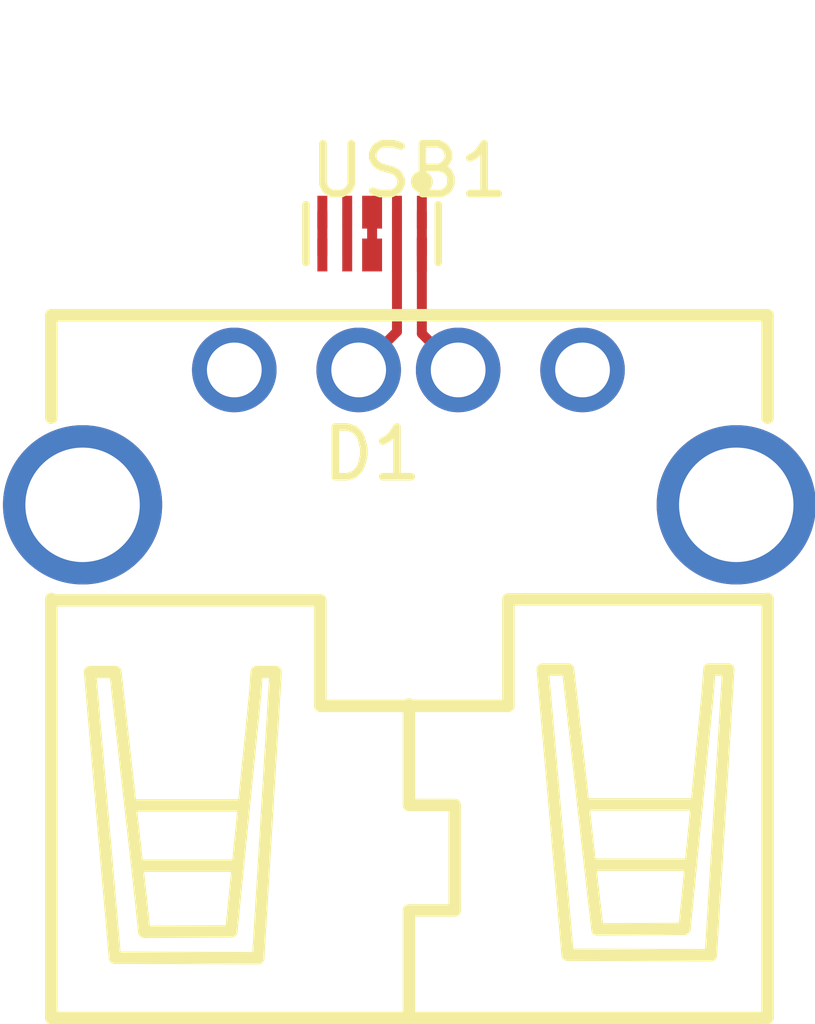
<source format=kicad_pcb>
(kicad_pcb (version 20241229) (generator "pcbnew") (generator_version "9.0")
  (layers (0 "F.Cu" signal) (2 "B.Cu" signal) (13 "F.Paste" user) (15 "B.Paste" user) (5 "F.SilkS" user "F.Silkscreen") (7 "B.SilkS" user "B.Silkscreen") (1 "F.Mask" user) (3 "B.Mask" user) (25 "Edge.Cuts" user))
  (net 0 "")
  (net 1 "gnd")
  (net 2 "VCC")
  (net 3 "I_O4")
  (net 4 "ground")
  (net 5 "I_O3")
  (net 6 "Dpos")
  (net 7 "Dneg")
  (footprint "SHOU_HAN_AF_90__WJDG:USB-A-TH_AF-WJDG" (layer "F.Cu") (at 0 0)
    (property "Reference" "USB1" (at 0 -5.36 0) (layer "F.SilkS"))
    (property "Value" "")
    (fp_line (start -7.2 -2.46) (end -7.2 -0.4) (stroke (width 0.25)) (layer "F.SilkS"))
    (fp_line (start -7.2 -2.46) (end 7.2 -2.46) (stroke (width 0.25)) (layer "F.SilkS"))
    (fp_line (start -7.2 3.24) (end -7.2 11.66) (stroke (width 0.25)) (layer "F.SilkS"))
    (fp_line (start -7.2 11.66) (end 7.2 11.66) (stroke (width 0.25)) (layer "F.SilkS"))
    (fp_line (start -6.42 4.71) (end -5.91 4.71) (stroke (width 0.25)) (layer "F.SilkS"))
    (fp_line (start -5.92 10.45) (end -6.42 4.71) (stroke (width 0.25)) (layer "F.SilkS"))
    (fp_line (start -5.91 4.71) (end -5.4 9.25) (stroke (width 0.25)) (layer "F.SilkS"))
    (fp_line (start -5.61 7.39) (end -3.35 7.39) (stroke (width 0.25)) (layer "F.SilkS"))
    (fp_line (start -5.47 8.6) (end -3.44 8.6) (stroke (width 0.25)) (layer "F.SilkS"))
    (fp_line (start -5.4 9.25) (end -5.33 9.93) (stroke (width 0.25)) (layer "F.SilkS"))
    (fp_line (start -5.33 9.93) (end -3.58 9.92) (stroke (width 0.25)) (layer "F.SilkS"))
    (fp_line (start -3.58 9.92) (end -3.1 5.14) (stroke (width 0.25)) (layer "F.SilkS"))
    (fp_line (start -3.1 5.14) (end -3.07 4.71) (stroke (width 0.25)) (layer "F.SilkS"))
    (fp_line (start -3.07 4.71) (end -2.69 4.71) (stroke (width 0.25)) (layer "F.SilkS"))
    (fp_line (start -3.04 10.46) (end -5.92 10.45) (stroke (width 0.25)) (layer "F.SilkS"))
    (fp_line (start -2.69 4.71) (end -3.04 10.46) (stroke (width 0.25)) (layer "F.SilkS"))
    (fp_line (start -1.79 3.27) (end -7.19 3.27) (stroke (width 0.25)) (layer "F.SilkS"))
    (fp_line (start -1.79 5.39) (end -1.79 3.27) (stroke (width 0.25)) (layer "F.SilkS"))
    (fp_line (start -0.01 5.36) (end -0.01 7.38) (stroke (width 0.25)) (layer "F.SilkS"))
    (fp_line (start -0.01 7.38) (end 0.91 7.38) (stroke (width 0.25)) (layer "F.SilkS"))
    (fp_line (start -0.01 9.5) (end -0.01 11.53) (stroke (width 0.25)) (layer "F.SilkS"))
    (fp_line (start 0.91 7.38) (end 0.91 9.5) (stroke (width 0.25)) (layer "F.SilkS"))
    (fp_line (start 0.91 9.5) (end -0.01 9.5) (stroke (width 0.25)) (layer "F.SilkS"))
    (fp_line (start 1.99 3.25) (end 1.99 5.39) (stroke (width 0.25)) (layer "F.SilkS"))
    (fp_line (start 1.99 5.39) (end -1.79 5.39) (stroke (width 0.25)) (layer "F.SilkS"))
    (fp_line (start 2.68 4.66) (end 3.19 4.66) (stroke (width 0.25)) (layer "F.SilkS"))
    (fp_line (start 3.18 10.39) (end 2.68 4.66) (stroke (width 0.25)) (layer "F.SilkS"))
    (fp_line (start 3.19 4.66) (end 3.7 9.2) (stroke (width 0.25)) (layer "F.SilkS"))
    (fp_line (start 3.49 7.37) (end 5.75 7.37) (stroke (width 0.25)) (layer "F.SilkS"))
    (fp_line (start 3.63 8.58) (end 5.66 8.58) (stroke (width 0.25)) (layer "F.SilkS"))
    (fp_line (start 3.7 9.2) (end 3.78 9.88) (stroke (width 0.25)) (layer "F.SilkS"))
    (fp_line (start 3.78 9.88) (end 5.53 9.87) (stroke (width 0.25)) (layer "F.SilkS"))
    (fp_line (start 5.53 9.87) (end 6 5.09) (stroke (width 0.25)) (layer "F.SilkS"))
    (fp_line (start 6 5.09) (end 6.03 4.66) (stroke (width 0.25)) (layer "F.SilkS"))
    (fp_line (start 6.03 4.66) (end 6.41 4.66) (stroke (width 0.25)) (layer "F.SilkS"))
    (fp_line (start 6.06 10.4) (end 3.18 10.39) (stroke (width 0.25)) (layer "F.SilkS"))
    (fp_line (start 6.41 4.66) (end 6.06 10.4) (stroke (width 0.25)) (layer "F.SilkS"))
    (fp_line (start 7.19 3.25) (end 1.99 3.25) (stroke (width 0.25)) (layer "F.SilkS"))
    (fp_line (start 7.2 -2.46) (end 7.2 -0.4) (stroke (width 0.25)) (layer "F.SilkS"))
    (fp_line (start 7.2 3.24) (end 7.2 11.66) (stroke (width 0.25)) (layer "F.SilkS"))
    (fp_text user "${REFERENCE}" (at 0 -5.36 0) (layer "F.SilkS"))
    (pad "1" thru_hole circle (at -3.52 -1.36 270) (size 1.7 1.7) (drill 1.100023) (layers "*.Cu" "*.Mask") (net 2 "VCC"))
    (pad "2" thru_hole circle (at -1.02 -1.36 270) (size 1.7 1.7) (drill 1.100023) (layers "*.Cu" "*.Mask") (net 7 "Dneg"))
    (pad "3" thru_hole circle (at 0.98 -1.36 270) (size 1.7 1.7) (drill 1.100023) (layers "*.Cu" "*.Mask") (net 6 "Dpos"))
    (pad "4" thru_hole circle (at 3.48 -1.36 270) (size 1.7 1.7) (drill 1.100023) (layers "*.Cu" "*.Mask") (net 1 "gnd"))
    (pad "5" thru_hole circle (at -6.57 1.35 90) (size 3.2 3.2) (drill 2.300021) (layers "*.Cu" "*.Mask") (net 1 "gnd"))
    (pad "5" thru_hole circle (at 6.57 1.35 90) (size 3.2 3.2) (drill 2.300021) (layers "*.Cu" "*.Mask") (net 1 "gnd"))
  )
  (footprint "TECH_PUBLIC_RCLAMP0524P:DFN2510-10_L2.5-W1.0-P0.50-BL" (layer "F.Cu") (at -0.75 -4.1 180)
    (property "Reference" "D1" (at 0 -4.43 0) (layer "F.SilkS"))
    (property "Value" "")
    (fp_line (start 1.33 0.58) (end 1.33 -0.58) (stroke (width 0.15)) (layer "F.SilkS"))
    (fp_line (start -1.33 0.58) (end -1.33 -0.58) (stroke (width 0.15)) (layer "F.SilkS"))
    (fp_circle (center -1 1.04) (end -0.93 1.04) (stroke (width 0.15)) (fill no) (layer "F.SilkS"))
    (fp_text user "${REFERENCE}" (at 0 -4.43 0) (layer "F.SilkS"))
    (pad "1" smd rect (at -1 0.43 180) (size 0.2 0.66) (layers "F.Cu" "F.Mask" "F.Paste") (net 6 "Dpos"))
    (pad "2" smd rect (at -0.499999 0.43 180) (size 0.2 0.66) (layers "F.Cu" "F.Mask" "F.Paste") (net 7 "Dneg"))
    (pad "3" smd rect (at 0 0.43 180) (size 0.4 0.66) (layers "F.Cu" "F.Mask" "F.Paste") (net 4 "ground"))
    (pad "4" smd rect (at 0.499999 0.43 180) (size 0.2 0.66) (layers "F.Cu" "F.Mask" "F.Paste") (net 5 "I_O3"))
    (pad "5" smd rect (at 1 0.43 180) (size 0.2 0.66) (layers "F.Cu" "F.Mask" "F.Paste") (net 3 "I_O4"))
    (pad "6" smd rect (at 1 -0.43 180) (size 0.2 0.66) (layers "F.Cu" "F.Mask" "F.Paste") (net 3 "I_O4"))
    (pad "7" smd rect (at 0.499999 -0.43 180) (size 0.2 0.66) (layers "F.Cu" "F.Mask" "F.Paste") (net 5 "I_O3"))
    (pad "8" smd rect (at 0 -0.43 180) (size 0.4 0.66) (layers "F.Cu" "F.Mask" "F.Paste") (net 4 "ground"))
    (pad "9" smd rect (at -0.499999 -0.43 180) (size 0.2 0.66) (layers "F.Cu" "F.Mask" "F.Paste") (net 7 "Dneg"))
    (pad "10" smd rect (at -1 -0.43 180) (size 0.2 0.66) (layers "F.Cu" "F.Mask" "F.Paste") (net 6 "Dpos"))
  )
  (segment (start -1.75 -4.53) (end -1.75 -3.67) (width 0.2) (layer "F.Cu") (net 3))
  (segment (start -0.75 -4.53) (end -0.75 -3.67) (width 0.2) (layer "F.Cu") (net 4))
  (segment (start -1.249999 -4.53) (end -1.249999 -3.67) (width 0.2) (layer "F.Cu") (net 5))
  (segment (start 0.25 -4) (end 0.25 -2.09) (width 0.2) (layer "F.Cu") (net 6))
  (segment (start 0.25 -4.53) (end 0.25 -4) (width 0.2) (layer "F.Cu") (net 6))
  (segment (start 0.25 -4) (end 0.25 -3.67) (width 0.2) (layer "F.Cu") (net 6))
  (segment (start 0.25 -2.09) (end 0.98 -1.36) (width 0.2) (layer "F.Cu") (net 6))
  (segment (start -0.250001 -4.53) (end -0.250001 -3.67) (width 0.2) (layer "F.Cu") (net 7))
  (segment (start -0.250001 -2.129999) (end -1.02 -1.36) (width 0.2) (layer "F.Cu") (net 7))
  (segment (start -0.250001 -3.67) (end -0.250001 -2.129999) (width 0.2) (layer "F.Cu") (net 7))
)
</source>
